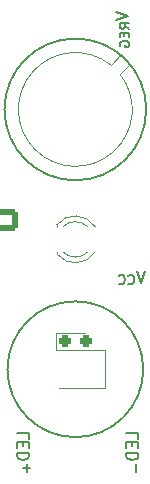
<source format=gbr>
%TF.GenerationSoftware,KiCad,Pcbnew,8.0.1*%
%TF.CreationDate,2024-06-22T11:42:11+02:00*%
%TF.ProjectId,night_light,6e696768-745f-46c6-9967-68742e6b6963,rev?*%
%TF.SameCoordinates,Original*%
%TF.FileFunction,Legend,Bot*%
%TF.FilePolarity,Positive*%
%FSLAX46Y46*%
G04 Gerber Fmt 4.6, Leading zero omitted, Abs format (unit mm)*
G04 Created by KiCad (PCBNEW 8.0.1) date 2024-06-22 11:42:11*
%MOMM*%
%LPD*%
G01*
G04 APERTURE LIST*
G04 Aperture macros list*
%AMRoundRect*
0 Rectangle with rounded corners*
0 $1 Rounding radius*
0 $2 $3 $4 $5 $6 $7 $8 $9 X,Y pos of 4 corners*
0 Add a 4 corners polygon primitive as box body*
4,1,4,$2,$3,$4,$5,$6,$7,$8,$9,$2,$3,0*
0 Add four circle primitives for the rounded corners*
1,1,$1+$1,$2,$3*
1,1,$1+$1,$4,$5*
1,1,$1+$1,$6,$7*
1,1,$1+$1,$8,$9*
0 Add four rect primitives between the rounded corners*
20,1,$1+$1,$2,$3,$4,$5,0*
20,1,$1+$1,$4,$5,$6,$7,0*
20,1,$1+$1,$6,$7,$8,$9,0*
20,1,$1+$1,$8,$9,$2,$3,0*%
G04 Aperture macros list end*
%ADD10C,0.150000*%
%ADD11C,0.120000*%
%ADD12RoundRect,0.250000X1.550000X-0.650000X1.550000X0.650000X-1.550000X0.650000X-1.550000X-0.650000X0*%
%ADD13O,3.600000X1.800000*%
%ADD14C,2.100000*%
%ADD15RoundRect,0.250000X-0.625000X0.350000X-0.625000X-0.350000X0.625000X-0.350000X0.625000X0.350000X0*%
%ADD16O,1.750000X1.200000*%
%ADD17C,0.990600*%
%ADD18R,1.000000X1.000000*%
%ADD19O,1.000000X1.000000*%
%ADD20C,1.600000*%
%ADD21C,1.000000*%
%ADD22R,2.500000X2.200000*%
%ADD23R,1.550000X2.200000*%
%ADD24R,1.800000X1.800000*%
%ADD25C,1.800000*%
%ADD26O,1.600000X1.200000*%
%ADD27O,1.200000X1.200000*%
%ADD28RoundRect,0.237500X-0.287500X-0.237500X0.287500X-0.237500X0.287500X0.237500X-0.287500X0.237500X0*%
G04 APERTURE END LIST*
D10*
X127000000Y-109000000D02*
G75*
G02*
X115000000Y-109000000I-6000000J0D01*
G01*
X115000000Y-109000000D02*
G75*
G02*
X127000000Y-109000000I6000000J0D01*
G01*
X126750000Y-131000000D02*
G75*
G02*
X115250000Y-131000000I-5750000J0D01*
G01*
X115250000Y-131000000D02*
G75*
G02*
X126750000Y-131000000I5750000J0D01*
G01*
X117079819Y-136861904D02*
X117079819Y-136385714D01*
X117079819Y-136385714D02*
X116079819Y-136385714D01*
X116556009Y-137195238D02*
X116556009Y-137528571D01*
X117079819Y-137671428D02*
X117079819Y-137195238D01*
X117079819Y-137195238D02*
X116079819Y-137195238D01*
X116079819Y-137195238D02*
X116079819Y-137671428D01*
X117079819Y-138100000D02*
X116079819Y-138100000D01*
X116079819Y-138100000D02*
X116079819Y-138338095D01*
X116079819Y-138338095D02*
X116127438Y-138480952D01*
X116127438Y-138480952D02*
X116222676Y-138576190D01*
X116222676Y-138576190D02*
X116317914Y-138623809D01*
X116317914Y-138623809D02*
X116508390Y-138671428D01*
X116508390Y-138671428D02*
X116651247Y-138671428D01*
X116651247Y-138671428D02*
X116841723Y-138623809D01*
X116841723Y-138623809D02*
X116936961Y-138576190D01*
X116936961Y-138576190D02*
X117032200Y-138480952D01*
X117032200Y-138480952D02*
X117079819Y-138338095D01*
X117079819Y-138338095D02*
X117079819Y-138100000D01*
X116885533Y-139052381D02*
X116885533Y-139661905D01*
X117190295Y-139357143D02*
X116580771Y-139357143D01*
X126329819Y-136861904D02*
X126329819Y-136385714D01*
X126329819Y-136385714D02*
X125329819Y-136385714D01*
X125806009Y-137195238D02*
X125806009Y-137528571D01*
X126329819Y-137671428D02*
X126329819Y-137195238D01*
X126329819Y-137195238D02*
X125329819Y-137195238D01*
X125329819Y-137195238D02*
X125329819Y-137671428D01*
X126329819Y-138100000D02*
X125329819Y-138100000D01*
X125329819Y-138100000D02*
X125329819Y-138338095D01*
X125329819Y-138338095D02*
X125377438Y-138480952D01*
X125377438Y-138480952D02*
X125472676Y-138576190D01*
X125472676Y-138576190D02*
X125567914Y-138623809D01*
X125567914Y-138623809D02*
X125758390Y-138671428D01*
X125758390Y-138671428D02*
X125901247Y-138671428D01*
X125901247Y-138671428D02*
X126091723Y-138623809D01*
X126091723Y-138623809D02*
X126186961Y-138576190D01*
X126186961Y-138576190D02*
X126282200Y-138480952D01*
X126282200Y-138480952D02*
X126329819Y-138338095D01*
X126329819Y-138338095D02*
X126329819Y-138100000D01*
X126135533Y-139052381D02*
X126135533Y-139661905D01*
X124454819Y-100754762D02*
X125454819Y-101088095D01*
X125454819Y-101088095D02*
X124454819Y-101421428D01*
X125565295Y-102164286D02*
X125184342Y-101897619D01*
X125565295Y-101707143D02*
X124765295Y-101707143D01*
X124765295Y-101707143D02*
X124765295Y-102011905D01*
X124765295Y-102011905D02*
X124803390Y-102088095D01*
X124803390Y-102088095D02*
X124841485Y-102126190D01*
X124841485Y-102126190D02*
X124917676Y-102164286D01*
X124917676Y-102164286D02*
X125031961Y-102164286D01*
X125031961Y-102164286D02*
X125108152Y-102126190D01*
X125108152Y-102126190D02*
X125146247Y-102088095D01*
X125146247Y-102088095D02*
X125184342Y-102011905D01*
X125184342Y-102011905D02*
X125184342Y-101707143D01*
X125146247Y-102507143D02*
X125146247Y-102773809D01*
X125565295Y-102888095D02*
X125565295Y-102507143D01*
X125565295Y-102507143D02*
X124765295Y-102507143D01*
X124765295Y-102507143D02*
X124765295Y-102888095D01*
X124803390Y-103650000D02*
X124765295Y-103573810D01*
X124765295Y-103573810D02*
X124765295Y-103459524D01*
X124765295Y-103459524D02*
X124803390Y-103345238D01*
X124803390Y-103345238D02*
X124879580Y-103269048D01*
X124879580Y-103269048D02*
X124955771Y-103230953D01*
X124955771Y-103230953D02*
X125108152Y-103192857D01*
X125108152Y-103192857D02*
X125222438Y-103192857D01*
X125222438Y-103192857D02*
X125374819Y-103230953D01*
X125374819Y-103230953D02*
X125451009Y-103269048D01*
X125451009Y-103269048D02*
X125527200Y-103345238D01*
X125527200Y-103345238D02*
X125565295Y-103459524D01*
X125565295Y-103459524D02*
X125565295Y-103535715D01*
X125565295Y-103535715D02*
X125527200Y-103650000D01*
X125527200Y-103650000D02*
X125489104Y-103688096D01*
X125489104Y-103688096D02*
X125222438Y-103688096D01*
X125222438Y-103688096D02*
X125222438Y-103535715D01*
X126883332Y-122704819D02*
X126549999Y-123704819D01*
X126549999Y-123704819D02*
X126216666Y-122704819D01*
X125473808Y-123739104D02*
X125511904Y-123777200D01*
X125511904Y-123777200D02*
X125626189Y-123815295D01*
X125626189Y-123815295D02*
X125702380Y-123815295D01*
X125702380Y-123815295D02*
X125816666Y-123777200D01*
X125816666Y-123777200D02*
X125892856Y-123701009D01*
X125892856Y-123701009D02*
X125930951Y-123624819D01*
X125930951Y-123624819D02*
X125969047Y-123472438D01*
X125969047Y-123472438D02*
X125969047Y-123358152D01*
X125969047Y-123358152D02*
X125930951Y-123205771D01*
X125930951Y-123205771D02*
X125892856Y-123129580D01*
X125892856Y-123129580D02*
X125816666Y-123053390D01*
X125816666Y-123053390D02*
X125702380Y-123015295D01*
X125702380Y-123015295D02*
X125626189Y-123015295D01*
X125626189Y-123015295D02*
X125511904Y-123053390D01*
X125511904Y-123053390D02*
X125473808Y-123091485D01*
X124673808Y-123739104D02*
X124711904Y-123777200D01*
X124711904Y-123777200D02*
X124826189Y-123815295D01*
X124826189Y-123815295D02*
X124902380Y-123815295D01*
X124902380Y-123815295D02*
X125016666Y-123777200D01*
X125016666Y-123777200D02*
X125092856Y-123701009D01*
X125092856Y-123701009D02*
X125130951Y-123624819D01*
X125130951Y-123624819D02*
X125169047Y-123472438D01*
X125169047Y-123472438D02*
X125169047Y-123358152D01*
X125169047Y-123358152D02*
X125130951Y-123205771D01*
X125130951Y-123205771D02*
X125092856Y-123129580D01*
X125092856Y-123129580D02*
X125016666Y-123053390D01*
X125016666Y-123053390D02*
X124902380Y-123015295D01*
X124902380Y-123015295D02*
X124826189Y-123015295D01*
X124826189Y-123015295D02*
X124711904Y-123053390D01*
X124711904Y-123053390D02*
X124673808Y-123091485D01*
D11*
%TO.C,D2*%
X123500000Y-129400000D02*
X123500000Y-132600000D01*
X119600000Y-132600000D02*
X123500000Y-132600000D01*
X119600000Y-129400000D02*
X123500000Y-129400000D01*
%TO.C,D6*%
X119435000Y-118920000D02*
X119435000Y-118764000D01*
X119435000Y-121236000D02*
X119435000Y-121080000D01*
X119435001Y-118764485D02*
G75*
G02*
X122667334Y-118921392I1559999J-1235515D01*
G01*
X119954040Y-118920001D02*
G75*
G02*
X122036129Y-118920164I1040960J-1079999D01*
G01*
X122036129Y-121079836D02*
G75*
G02*
X119954040Y-121079999I-1041129J1079836D01*
G01*
X122667334Y-121078608D02*
G75*
G02*
X119435001Y-121235515I-1672334J1078608D01*
G01*
%TO.C,J1*%
X125665856Y-105111961D02*
X124774902Y-106002916D01*
X124888039Y-104334144D02*
X125665856Y-105111961D01*
X123997084Y-105225098D02*
X124888039Y-104334144D01*
X124774673Y-106002629D02*
G75*
G02*
X123997084Y-105225099I-3774673J-2997371D01*
G01*
%TO.C,D4*%
X119340000Y-127890000D02*
X121800000Y-127890000D01*
X119340000Y-129360000D02*
X119340000Y-127890000D01*
X121800000Y-129360000D02*
X119340000Y-129360000D01*
%TD*%
%LPC*%
D12*
%TO.C,J2*%
X114392500Y-118387500D03*
D13*
X114392500Y-114577500D03*
%TD*%
D14*
%TO.C,H2*%
X129125000Y-108000000D03*
%TD*%
%TO.C,H1*%
X112875000Y-132000000D03*
%TD*%
D15*
%TO.C,J3*%
X112925000Y-124000000D03*
D16*
X112925000Y-126000000D03*
%TD*%
D17*
%TO.C,J4*%
X130000000Y-111335000D03*
X131016000Y-116415000D03*
X128984000Y-116415000D03*
D18*
X129365000Y-112605000D03*
D19*
X130635000Y-112605000D03*
X129365000Y-113875000D03*
X130635000Y-113875000D03*
X129365000Y-115145000D03*
X130635000Y-115145000D03*
%TD*%
D20*
%TO.C,C11*%
X113750000Y-107012500D03*
X113750000Y-109512500D03*
%TD*%
D21*
%TO.C,TP4*%
X116625000Y-135625000D03*
%TD*%
%TO.C,TP5*%
X125875000Y-135625000D03*
%TD*%
D22*
%TO.C,D2*%
X122050000Y-131000000D03*
D23*
X119475000Y-131000000D03*
%TD*%
D24*
%TO.C,D6*%
X119725000Y-120000000D03*
D25*
X122265000Y-120000000D03*
%TD*%
D26*
%TO.C,J1*%
X123540000Y-109000000D03*
D27*
X121000000Y-111540000D03*
X118460000Y-109000000D03*
%TD*%
D28*
%TO.C,D4*%
X120125000Y-128625000D03*
X121875000Y-128625000D03*
%TD*%
D21*
%TO.C,TP3*%
X126375000Y-102250000D03*
%TD*%
%TO.C,TP6*%
X125750000Y-124625000D03*
%TD*%
%LPD*%
M02*

</source>
